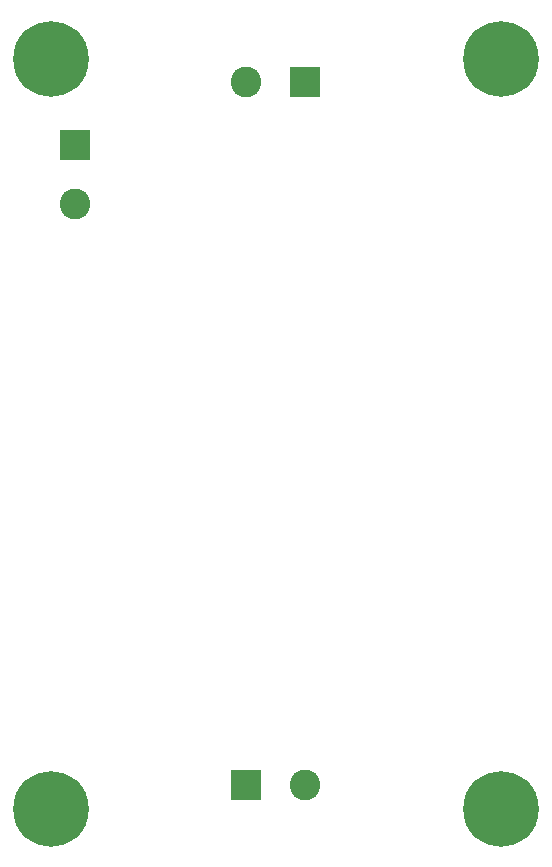
<source format=gbs>
%TF.GenerationSoftware,KiCad,Pcbnew,8.0.9*%
%TF.CreationDate,2025-05-16T13:11:34-04:00*%
%TF.ProjectId,groundside-charging,67726f75-6e64-4736-9964-652d63686172,rev?*%
%TF.SameCoordinates,Original*%
%TF.FileFunction,Soldermask,Bot*%
%TF.FilePolarity,Negative*%
%FSLAX46Y46*%
G04 Gerber Fmt 4.6, Leading zero omitted, Abs format (unit mm)*
G04 Created by KiCad (PCBNEW 8.0.9) date 2025-05-16 13:11:34*
%MOMM*%
%LPD*%
G01*
G04 APERTURE LIST*
%ADD10C,0.800000*%
%ADD11C,6.400000*%
%ADD12R,2.600000X2.600000*%
%ADD13C,2.600000*%
G04 APERTURE END LIST*
D10*
%TO.C,H3*%
X66688000Y-159512000D03*
X67390944Y-157814944D03*
X67390944Y-161209056D03*
X69088000Y-157112000D03*
D11*
X69088000Y-159512000D03*
D10*
X69088000Y-161912000D03*
X70785056Y-157814944D03*
X70785056Y-161209056D03*
X71488000Y-159512000D03*
%TD*%
D12*
%TO.C,J1*%
X85638000Y-157488000D03*
D13*
X90638000Y-157488000D03*
%TD*%
D10*
%TO.C,H4*%
X104788000Y-159512000D03*
X105490944Y-157814944D03*
X105490944Y-161209056D03*
X107188000Y-157112000D03*
D11*
X107188000Y-159512000D03*
D10*
X107188000Y-161912000D03*
X108885056Y-157814944D03*
X108885056Y-161209056D03*
X109588000Y-159512000D03*
%TD*%
D12*
%TO.C,J2*%
X90638000Y-98036000D03*
D13*
X85638000Y-98036000D03*
%TD*%
D12*
%TO.C,J3*%
X71112000Y-103291000D03*
D13*
X71112000Y-108291000D03*
%TD*%
D10*
%TO.C,H1*%
X104788000Y-96012000D03*
X105490944Y-94314944D03*
X105490944Y-97709056D03*
X107188000Y-93612000D03*
D11*
X107188000Y-96012000D03*
D10*
X107188000Y-98412000D03*
X108885056Y-94314944D03*
X108885056Y-97709056D03*
X109588000Y-96012000D03*
%TD*%
%TO.C,H2*%
X66688000Y-96012000D03*
X67390944Y-94314944D03*
X67390944Y-97709056D03*
X69088000Y-93612000D03*
D11*
X69088000Y-96012000D03*
D10*
X69088000Y-98412000D03*
X70785056Y-94314944D03*
X70785056Y-97709056D03*
X71488000Y-96012000D03*
%TD*%
M02*

</source>
